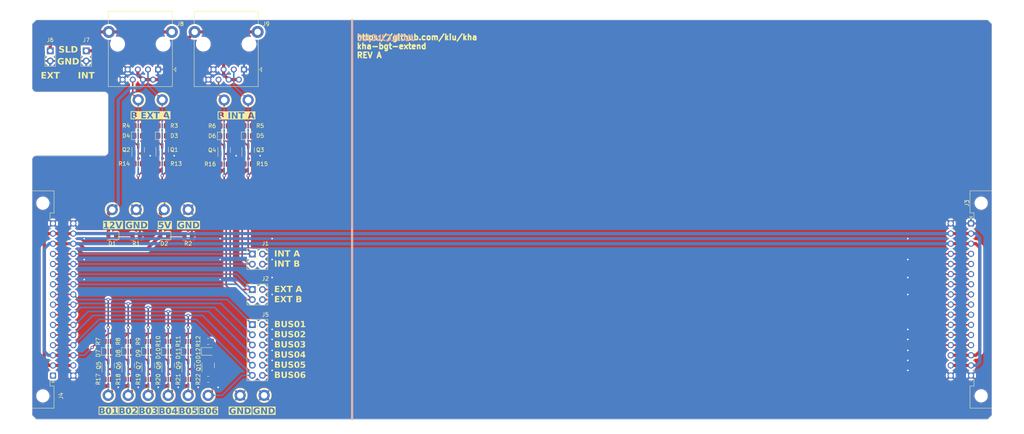
<source format=kicad_pcb>
(kicad_pcb (version 20221018) (generator pcbnew)
  (layers (0 "F.Cu" signal) (31 "B.Cu" signal) (34 "B.Paste" user) (35 "F.Paste" user) (36 "B.SilkS" user "B.Silkscreen") (37 "F.SilkS" user "F.Silkscreen") (38 "B.Mask" user) (39 "F.Mask" user) (44 "Edge.Cuts" user))
  (net 0 "")
  (net 1 "+5V")
  (net 2 "GND")
  (net 3 "+12V")
  (net 4 "C_RS485_A")
  (net 5 "C_RS485_B")
  (net 6 "C_RS485_INT_A")
  (net 7 "C_RS485_INT_B")
  (net 8 "R_RS485_INT_A")
  (net 9 "R_RS485_INT_B")
  (net 10 "R_RS485_A")
  (net 11 "R_RS485_B")
  (net 12 "R_BUS01")
  (net 13 "R_BUS02")
  (net 14 "R_BUS03")
  (net 15 "R_BUS04")
  (net 16 "R_BUS05")
  (net 17 "R_BUS06")
  (net 18 "C_BUS01")
  (net 19 "C_BUS02")
  (net 20 "C_BUS03")
  (net 21 "C_BUS04")
  (net 22 "C_BUS05")
  (net 23 "C_BUS06")
  (net 24 "Net-(D3-K)")
  (net 25 "Net-(D3-A)")
  (net 26 "Net-(D4-K)")
  (net 27 "Net-(D4-A)")
  (net 28 "Net-(D5-K)")
  (net 29 "Net-(D5-A)")
  (net 30 "Net-(D6-K)")
  (net 31 "Net-(D6-A)")
  (net 32 "Net-(D7-K)")
  (net 33 "Net-(D7-A)")
  (net 34 "Net-(D8-K)")
  (net 35 "Net-(D8-A)")
  (net 36 "Net-(D9-K)")
  (net 37 "Net-(D9-A)")
  (net 38 "Net-(D10-K)")
  (net 39 "Net-(D10-A)")
  (net 40 "Net-(D11-K)")
  (net 41 "Net-(D11-A)")
  (net 42 "Net-(D12-K)")
  (net 43 "Net-(D12-A)")
  (net 44 "Net-(Q1-G)")
  (net 45 "Net-(Q2-G)")
  (net 46 "Net-(Q3-G)")
  (net 47 "Net-(Q4-G)")
  (net 48 "Net-(Q5-G)")
  (net 49 "Net-(Q6-G)")
  (net 50 "Net-(Q7-G)")
  (net 51 "Net-(Q8-G)")
  (net 52 "Net-(Q9-G)")
  (net 53 "Net-(Q10-G)")
  (net 55 "Net-(J6-Pin_1)")
  (net 56 "Net-(D1-K)")
  (net 57 "Net-(D2-K)")
  (net 58 "Net-(J7-Pin_1)")
  (footprint "LED_SMD:LED_0805_2012Metric" (layer "F.Cu") (at 64 84 180)
    (fp_text reference "D2")
    (fp_text value "green")
  )
  (footprint "Package_TO_SOT_SMD:SOT-23" (layer "F.Cu") (at 57.5 62.5 90)
    (fp_text reference "Q2")
    (fp_text value "DMG2302U")
  )
  (footprint "TestPoint:TestPoint_Keystone_5010-5014_Multipurpose" (layer "F.Cu") (at 65 124)
    (fp_text reference "TP14" hide)
    (fp_text value "TestPoint")
  )
  (footprint "Connector_PinHeader_2.54mm:PinHeader_2x02_P2.54mm_Vertical" (layer "F.Cu") (at 86.04 88.61)
    (fp_text reference "J1")
    (fp_text value "Conn_02x02_Odd_Even")
  )
  (footprint "LED_SMD:LED_0805_2012Metric" (layer "F.Cu") (at 51 84 180)
    (fp_text reference "D1")
    (fp_text value "green")
  )
  (footprint "TestPoint:TestPoint_Keystone_5010-5014_Multipurpose" (layer "F.Cu") (at 60 124)
    (fp_text reference "TP13" hide)
    (fp_text value "TestPoint")
  )
  (footprint "Connector_PinHeader_2.54mm:PinHeader_2x02_P2.54mm_Vertical" (layer "F.Cu") (at 86.04 97.5)
    (fp_text reference "J2")
    (fp_text value "Conn_02x02_Odd_Even")
  )
  (footprint "TestPoint:TestPoint_Keystone_5010-5014_Multipurpose" (layer "F.Cu") (at 64 77.5)
    (fp_text reference "TP2" hide)
    (fp_text value "TestPoint")
  )
  (footprint "Package_TO_SOT_SMD:SOT-23" (layer "F.Cu") (at 65 116.5 90)
    (fp_text reference "Q8")
    (fp_text value "DMG2302U")
  )
  (footprint "Resistor_SMD:R_0805_2012Metric" (layer "F.Cu") (at 50 120)
    (fp_text reference "R17")
    (fp_text value "10R")
  )
  (footprint "Connector_PinHeader_2.54mm:PinHeader_1x02_P2.54mm_Vertical" (layer "F.Cu") (at 35.5 37.725)
    (fp_text reference "J6")
    (fp_text value "Conn_01x02")
  )
  (footprint "Resistor_SMD:R_0805_2012Metric" (layer "F.Cu") (at 65 120)
    (fp_text reference "R20")
    (fp_text value "10R")
  )
  (footprint "Resistor_SMD:R_0805_2012Metric" (layer "F.Cu") (at 75 120)
    (fp_text reference "R22")
    (fp_text value "10R")
  )
  (footprint "Connector_DIN:DIN41612_C2_2x16_Male_Horizontal_THT" (layer "F.Cu") (at 36.185 119.055 90)
    (fp_text reference "J4")
    (fp_text value "DIN41612_02x16_AC")
  )
  (footprint "TestPoint:TestPoint_Keystone_5010-5014_Multipurpose" (layer "F.Cu") (at 57.5 50)
    (fp_text reference "TP8" hide)
    (fp_text value "TestPoint")
  )
  (footprint "Resistor_SMD:R_0805_2012Metric" (layer "F.Cu") (at 63.5 56.5 180)
    (fp_text reference "R3")
    (fp_text value "R")
  )
  (footprint "Package_TO_SOT_SMD:SOT-23" (layer "F.Cu") (at 63.5 62.5 90)
    (fp_text reference "Q1")
    (fp_text value "DMG2302U")
  )
  (footprint "Resistor_SMD:R_0805_2012Metric" (layer "F.Cu") (at 60 110.5 180)
    (fp_text reference "R9")
    (fp_text value "R")
  )
  (footprint "TestPoint:TestPoint_Keystone_5010-5014_Multipurpose" (layer "F.Cu") (at 63.5 50)
    (fp_text reference "TP7" hide)
    (fp_text value "TestPoint")
  )
  (footprint "Resistor_SMD:R_0805_2012Metric" (layer "F.Cu") (at 57.5 66)
    (fp_text reference "R14")
    (fp_text value "10R")
  )
  (footprint "Resistor_SMD:R_0805_2012Metric" (layer "F.Cu") (at 70 120)
    (fp_text reference "R21")
    (fp_text value "10R")
  )
  (footprint "Resistor_SMD:R_0805_2012Metric" (layer "F.Cu") (at 85 56.5 180)
    (fp_text reference "R5")
    (fp_text value "R")
  )
  (footprint "LED_SMD:LED_0805_2012Metric" (layer "F.Cu") (at 57.5 59)
    (fp_text reference "D4")
    (fp_text value "yellow")
  )
  (footprint "Package_TO_SOT_SMD:SOT-23" (layer "F.Cu") (at 50 116.5 90)
    (fp_text reference "Q5")
    (fp_text value "DMG2302U")
  )
  (footprint "TestPoint:TestPoint_Keystone_5010-5014_Multipurpose" (layer "F.Cu") (at 85 50.048)
    (fp_text reference "TP9" hide)
    (fp_text value "TestPoint")
  )
  (footprint "Resistor_SMD:R_0805_2012Metric" (layer "F.Cu") (at 55 120)
    (fp_text reference "R18")
    (fp_text value "10R")
  )
  (footprint "Resistor_SMD:R_0805_2012Metric" (layer "F.Cu") (at 57 84 180)
    (fp_text reference "R1")
    (fp_text value "R")
  )
  (footprint "LED_SMD:LED_0805_2012Metric" (layer "F.Cu") (at 70 113)
    (fp_text reference "D11")
    (fp_text value "yellow")
  )
  (footprint "TestPoint:TestPoint_Keystone_5010-5014_Multipurpose" (layer "F.Cu") (at 89 124)
    (fp_text reference "TP5" hide)
    (fp_text value "TestPoint")
  )
  (footprint "Package_TO_SOT_SMD:SOT-23" (layer "F.Cu") (at 55 116.5 90)
    (fp_text reference "Q6")
    (fp_text value "DMG2302U")
  )
  (footprint "TestPoint:TestPoint_Keystone_5010-5014_Multipurpose" (layer "F.Cu") (at 70 124)
    (fp_text reference "TP15" hide)
    (fp_text value "TestPoint")
  )
  (footprint "TestPoint:TestPoint_Keystone_5010-5014_Multipurpose" (layer "F.Cu") (at 55 124)
    (fp_text reference "TP12" hide)
    (fp_text value "TestPoint")
  )
  (footprint "Resistor_SMD:R_0805_2012Metric" (layer "F.Cu") (at 70 110.5 180)
    (fp_text reference "R11")
    (fp_text value "R")
  )
  (footprint "Package_TO_SOT_SMD:SOT-23" (layer "F.Cu") (at 79 62.596 90)
    (fp_text reference "Q4")
    (fp_text value "DMG2302U")
  )
  (footprint "kiu:GDLX-S-88K" (layer "F.Cu") (at 79.5 33 180)
    (fp_text reference "J9")
    (fp_text value "RJ45_Shielded")
  )
  (footprint "LED_SMD:LED_0805_2012Metric" (layer "F.Cu") (at 79 59.048)
    (fp_text reference "D6")
    (fp_text value "yellow")
  )
  (footprint "Package_TO_SOT_SMD:SOT-23" (layer "F.Cu") (at 75 116.5 90)
    (fp_text reference "Q10")
    (fp_text value "DMG2302U")
  )
  (footprint "LED_SMD:LED_0805_2012Metric" (layer "F.Cu") (at 50 113)
    (fp_text reference "D7")
    (fp_text value "yellow")
  )
  (footprint "Connector_DIN:DIN41612_C2_2x16_Male_Horizontal_THT" (layer "F.Cu") (at 265.815 80.945 -90)
    (fp_text reference "J3")
    (fp_text value "DIN41612_02x16_AC")
  )
  (footprint "Package_TO_SOT_SMD:SOT-23" (layer "F.Cu") (at 70 116.5 90)
    (fp_text reference "Q9")
    (fp_text value "DMG2302U")
  )
  (footprint "Resistor_SMD:R_0805_2012Metric" (layer "F.Cu") (at 85 66.048)
    (fp_text reference "R15")
    (fp_text value "10R")
  )
  (footprint "Resistor_SMD:R_0805_2012Metric" (layer "F.Cu") (at 70 84 180)
    (fp_text reference "R2")
    (fp_text value "R")
  )
  (footprint "Resistor_SMD:R_0805_2012Metric" (layer "F.Cu") (at 79 56.548 180)
    (fp_text reference "R6")
    (fp_text value "R")
  )
  (footprint "Resistor_SMD:R_0805_2012Metric" (layer "F.Cu") (at 57.5 56.5 180)
    (fp_text reference "R4")
    (fp_text value "R")
  )
  (footprint "LED_SMD:LED_0805_2012Metric" (layer "F.Cu") (at 55 113)
    (fp_text reference "D8")
    (fp_text value "yellow")
  )
  (footprint "LED_SMD:LED_0805_2012Metric" (layer "F.Cu") (at 63.5 59)
    (fp_text reference "D3")
    (fp_text value "yellow")
  )
  (footprint "Resistor_SMD:R_0805_2012Metric" (layer "F.Cu") (at 79 66.096)
    (fp_text reference "R16")
    (fp_text value "10R")
  )
  (footprint "TestPoint:TestPoint_Keystone_5010-5014_Multipurpose" (layer "F.Cu") (at 57 77.5)
    (fp_text reference "TP3" hide)
    (fp_text value "TestPoint")
  )
  (footprint "LED_SMD:LED_0805_2012Metric" (layer "F.Cu") (at 75 113)
    (fp_text reference "D12")
    (fp_text value "yellow")
  )
  (footprint "Package_TO_SOT_SMD:SOT-23" (layer "F.Cu") (at 85 62.548 90)
    (fp_text reference "Q3")
    (fp_text value "DMG2302U")
  )
  (footprint "Resistor_SMD:R_0805_2012Metric" (layer "F.Cu") (at 60 120)
    (fp_text reference "R19")
    (fp_text value "10R")
  )
  (footprint "TestPoint:TestPoint_Keystone_5010-5014_Multipurpose" (layer "F.Cu") (at 79 50.048)
    (fp_text reference "TP10" hide)
    (fp_text value "TestPoint")
  )
  (footprint "Connector_PinHeader_2.54mm:PinHeader_1x02_P2.54mm_Vertical" (layer "F.Cu") (at 44.5 37.725)
    (fp_text reference "J7")
    (fp_text value "Conn_01x02")
  )
  (footprint "Resistor_SMD:R_0805_2012Metric" (layer "F.Cu") (at 50 110.5 180)
    (fp_text reference "R7")
    (fp_text value "R")
  )
  (footprint "Resistor_SMD:R_0805_2012Metric" (layer "F.Cu") (at 75 110.5 180)
    (fp_text reference "R12")
    (fp_text value "R")
  )
  (footprint "TestPoint:TestPoint_Keystone_5010-5014_Multipurpose" (layer "F.Cu") (at 50 124)
    (fp_text reference "TP11" hide)
    (fp_text value "TestPoint")
  )
  (footprint "Resistor_SMD:R_0805_2012Metric" (layer "F.Cu") (at 65 110.5 180)
    (fp_text reference "R10")
    (fp_text value "R")
  )
  (footprint "TestPoint:TestPoint_Keystone_5010-5014_Multipurpose" (layer "F.Cu") (at 75 124)
    (fp_text reference "TP16" hide)
    (fp_text value "TestPoint")
  )
  (footprint "LED_SMD:LED_0805_2012Metric" (layer "F.Cu") (at 60 113)
    (fp_text reference "D9")
    (fp_text value "yellow")
  )
  (footprint "Package_TO_SOT_SMD:SOT-23" (layer "F.Cu") (at 60 116.5 90)
    (fp_text reference "Q7")
    (fp_text value "DMG2302U")
  )
  (footprint "LED_SMD:LED_0805_2012Metric" (layer "F.Cu") (at 65 113)
    (fp_text reference "D10")
    (fp_text value "yellow")
  )
  (footprint "Connector_PinHeader_2.54mm:PinHeader_2x06_P2.54mm_Vertical" (layer "F.Cu") (at 86.04 106.3)
    (fp_text reference "J5")
    (fp_text value "Conn_02x06_Odd_Even")
  )
  (footprint "TestPoint:TestPoint_Keystone_5010-5014_Multipurpose" (layer "F.Cu") (at 83 124)
    (fp_text reference "TP6" hide)
    (fp_text value "TestPoint")
  )
  (footprint "kiu:GDLX-S-88K" (layer "F.Cu") (at 58.04 33 180)
    (fp_text reference "J8")
    (fp_text value "RJ45_Shielded")
  )
  (footprint "LED_SMD:LED_0805_2012Metric" (layer "F.Cu") (at 85 59)
    (fp_text reference "D5")
    (fp_text value "yellow")
  )
  (footprint "Resistor_SMD:R_0805_2012Metric" (layer "F.Cu") (at 63.5 66)
    (fp_text reference "R13")
    (fp_text value "10R")
  )
  (footprint "Resistor_SMD:R_0805_2012Metric" (layer "F.Cu") (at 55 110.5 180)
    (fp_text reference "R8")
    (fp_text value "R")
  )
  (footprint "TestPoint:TestPoint_Keystone_5010-5014_Multipurpose" (layer "F.Cu") (at 70 77.5)
    (fp_text reference "TP4" hide)
    (fp_text value "TestPoint")
  )
  (footprint "TestPoint:TestPoint_Keystone_5010-5014_Multipurpose" (layer "F.Cu") (at 51 77.5)
    (fp_text reference "TP1" hide)
    (fp_text value "TestPoint")
  )
  (gr_line (start 111 130) (end 111 30) (stroke (width 0.5)) (layer "B.SilkS"))
  (gr_line (start 111 30) (end 111 130) (stroke (width 0.5)) (layer "F.SilkS"))
  (gr_arc (start 49 48) (mid 49.707107 48.292893) (end 50 49) (stroke (width 0.1)) (layer "Edge.Cuts"))
  (gr_line (start 31 65) (end 31 129) (stroke (width 0.1)) (layer "Edge.Cuts"))
  (gr_arc (start 31 65) (mid 31.292893 64.292893) (end 32 64) (stroke (width 0.1)) (layer "Edge.Cuts"))
  (gr_arc (start 50 63) (mid 49.707107 63.707107) (end 49 64) (stroke (width 0.1)) (layer "Edge.Cuts"))
  (gr_line (start 271 31) (end 271 129) (stroke (width 0.1)) (layer "Edge.Cuts"))
  (gr_line (start 31 31) (end 32 30) (stroke (width 0.1)) (layer "Edge.Cuts"))
  (gr_line (start 32 130) (end 270 130) (stroke (width 0.1)) (layer "Edge.Cuts"))
  (gr_line (start 270 30) (end 271 31) (stroke (width 0.1)) (layer "Edge.Cuts"))
  (gr_line (start 31 129) (end 32 130) (stroke (width 0.1)) (layer "Edge.Cuts"))
  (gr_line (start 49 64) (end 32 64) (stroke (width 0.1)) (layer "Edge.Cuts"))
  (gr_arc (start 32 48) (mid 31.292893 47.707107) (end 31 47) (stroke (width 0.1)) (layer "Edge.Cuts"))
  (gr_line (start 32 48) (end 49 48) (stroke (width 0.1)) (layer "Edge.Cuts"))
  (gr_line (start 270 130) (end 271 129) (stroke (width 0.1)) (layer "Edge.Cuts"))
  (gr_line (start 50 49) (end 50 63) (stroke (width 0.1)) (layer "Edge.Cuts"))
  (gr_line (start 32 30) (end 270 30) (stroke (width 0.1)) (layer "Edge.Cuts"))
  (gr_line (start 31 47) (end 31 31) (stroke (width 0.1)) (layer "Edge.Cuts"))
  (gr_text "JLCJLCJLCJLC" (at 112 34.5) (layer "B.SilkS") (effects (font (size 1.4 1.4) (thickness 0.35) bold) (justify right mirror)))
  (gr_text "BUS02" (at 91.5 108.84) (layer "F.SilkS") (effects (font (size 1.54 1.54) (thickness 0.385) bold) (justify left)))
  (gr_text "12V" (at 51.0875 81.5) (layer "F.SilkS" knockout) (effects (font (size 1.6 1.6) (thickness 0.4) bold)))
  (gr_text "EXT" (at 35.5 44) (layer "F.SilkS") (effects (font (size 1.6 1.6) (thickness 0.2) bold)))
  (gr_text "BUS06" (at 91.5 119) (layer "F.SilkS") (effects (font (size 1.54 1.54) (thickness 0.385) bold) (justify left)))
  (gr_text "5V" (at 64.0875 81.5) (layer "F.SilkS" knockout) (effects (font (size 1.6 1.6) (thickness 0.4) bold)))
  (gr_text "INT" (at 44.5 44) (layer "F.SilkS") (effects (font (size 1.6 1.6) (thickness 0.2) bold)))
  (gr_text "SLD" (at 40 37.5) (layer "F.SilkS") (effects (font (size 1.6 1.6) (thickness 0.4) bold)))
  (gr_text "BUS03" (at 91.5 111.38) (layer "F.SilkS") (effects (font (size 1.54 1.54) (thickness 0.385) bold) (justify left)))
  (gr_text "BUS01" (at 91.5 106.3) (layer "F.SilkS") (effects (font (size 1.54 1.54) (thickness 0.385) bold) (justify left)))
  (gr_text "B01" (at 50 128) (layer "F.SilkS" knockout) (effects (font (size 1.6 1.6) (thickness 0.4) bold)))
  (gr_text "INT A" (at 91.5 88.615) (layer "F.SilkS") (effects (font (size 1.54 1.54) (thickness 0.385) bold) (justify left)))
  (gr_text "GND" (at 70.0875 81.5) (layer "F.SilkS" knockout) (effects (font (size 1.6 1.6) (thickness 0.4) bold)))
  (gr_text "B INT A" (at 82 54.048) (layer "F.SilkS" knockout) (effects (font (size 1.6 1.6) (thickness 0.4) bold)))
  (gr_text "GND" (at 40 40.5) (layer "F.SilkS") (effects (font (size 1.6 1.6) (thickness 0.4) bold)))
  (gr_text "B04" (at 65 128) (layer "F.SilkS" knockout) (effects (font (size 1.6 1.6) (thickness 0.4) bold)))
  (gr_text "B02" (at 55 128) (layer "F.SilkS" knockout) (effects (font (size 1.6 1.6) (thickness 0.4) bold)))
  (gr_text "B06" (at 75 128) (layer "F.SilkS" knockout) (effects (font (size 1.6 1.6) (thickness 0.4) bold)))
  (gr_text "GND" (at 83 128) (layer "F.SilkS" knockout) (effects (font (size 1.6 1.6) (thickness 0.4) bold)))
  (gr_text "BUS04" (at 91.5 113.92) (layer "F.SilkS") (effects (font (size 1.54 1.54) (thickness 0.385) bold) (justify left)))
  (gr_text "B EXT A" (at 60.5 54) (layer "F.SilkS" knockout) (effects (font (size 1.6 1.6) (thickness 0.4) bold)))
  (gr_text "INT B" (at 91.5 91.155) (layer "F.SilkS") (effects (font (size 1.54 1.54) (thickness 0.385) bold) (justify left)))
  (gr_text "BUS05" (at 91.5 116.46) (layer "F.SilkS") (effects (font (size 1.54 1.54) (thickness 0.385) bold) (justify left)))
  (gr_text "https://github.com/kiu/kha\nkha-bgt-extend\nREV A" (at 112 33.5) (layer "F.SilkS") (effects (font (size 1.4 1.4) (thickness 0.35) bold) (justify left top)))
  (gr_text "GND" (at 89 128) (layer "F.SilkS" knockout) (effects (font (size 1.6 1.6) (thickness 0.4) bold)))
  (gr_text "GND" (at 57.0875 81.5) (layer "F.SilkS" knockout) (effects (font (size 1.6 1.6) (thickness 0.4) bold)))
  (gr_text "B03" (at 60 128) (layer "F.SilkS" knockout) (effects (font (size 1.6 1.6) (thickness 0.4) bold)))
  (gr_text "EXT B" (at 91.5 100.045) (layer "F.SilkS") (effects (font (size 1.54 1.54) (thickness 0.385) bold) (justify left)))
  (gr_text "EXT A" (at 91.5 97.505) (layer "F.SilkS") (effects (font (size 1.54 1.54) (thickness 0.385) bold) (justify left)))
  (gr_text "B05" (at 70 128) (layer "F.SilkS" knockout) (effects (font (size 1.6 1.6) (thickness 0.4) bold)))
  (segment (start 36.185 113.975) (end 41.265 113.975) (width 0.8) (layer "F.Cu") (net 1))
  (segment (start 69.0875 110.5) (end 69.0875 109.4125) (width 0.4) (layer "F.Cu") (net 1))
  (segment (start 82.79375 55.20625) (end 84.0875 56.5) (width 0.4) (layer "F.Cu") (net 1))
  (segment (start 265.815 86.025) (end 267.025 86.025) (width 0.8) (layer "F.Cu") (net 1))
  (segment (start 60 108.5) (end 65 108.5) (width 0.4) (layer "F.Cu") (net 1))
  (segment (start 62.5875 56.5) (end 62.5875 55.4125) (width 0.4) (layer "F.Cu") (net 1))
  (segment (start 57 55) (end 56 55) (width 0.4) (layer "F.Cu") (net 1))
  (segment (start 36.185 86.035) (end 41.265 86.035) (width 0.8) (layer "F.Cu") (net 1))
  (segment (start 63.0625 78.4375) (end 64 77.5) (width 0.8) (layer "F.Cu") (net 1))
  (segment (start 54.0875 109.4125) (end 55 108.5) (width 0.4) (layer "F.Cu") (net 1))
  (segment (start 260.735 113.965) (end 265.815 113.965) (width 0.8) (layer "F.Cu") (net 1))
  (segment (start 63.5 75) (end 64.0875 75.5875) (width 0.4) (layer "F.Cu") (net 1))
  (segment (start 267.025 86.025) (end 268 87) (width 0.8) (layer "F.Cu") (net 1))
  (segment (start 49.0875 109.4125) (end 50 108.5) (width 0.4) (layer "F.Cu") (net 1))
  (segment (start 267.035 113.965) (end 268 113) (width 0.8) (layer "F.Cu") (net 1))
  (segment (start 59.8125 87.25) (end 63.0625 84) (width 0.8) (layer "F.Cu") (net 1))
  (segment (start 55 71.5) (end 58.5 75) (width 0.4) (layer "F.Cu") (net 1))
  (segment (start 65 108.5) (end 67.5 108.5) (width 0.4) (layer "F.Cu") (net 1))
  (segment (start 78.5 55) (end 82.5875 55) (width 0.4) (layer "F.Cu") (net 1))
  (segment (start 42.785 86.035) (end 44 87.25) (width 0.8) (layer "F.Cu") (net 1))
  (segment (start 50 108.5) (end 55 108.5) (width 0.4) (layer "F.Cu") (net 1))
  (segment (start 54.0875 110.5) (end 54.0875 109.4125) (width 0.4) (layer "F.Cu") (net 1))
  (segment (start 64.0875 109.4125) (end 65 108.5) (width 0.4) (layer "F.Cu") (net 1))
  (segment (start 59.0875 109.4125) (end 60 108.5) (width 0.4) (layer "F.Cu") (net 1))
  (segment (start 64.0875 75.5875) (end 64.0875 77.5) (width 0.4) (layer "F.Cu") (net 1))
  (segment (start 57 55) (end 63 55) (width 0.4) (layer "F.Cu") (net 1))
  (segment (start 78.0875 55.4125) (end 78.5 55) (width 0.4) (layer "F.Cu") (net 1))
  (segment (start 63.0625 84) (end 63.0625 78.4375) (width 0.8) (layer "F.Cu") (net 1))
  (segment (start 55 56) (end 55 71.5) (width 0.4) (layer "F.Cu") (net 1))
  (segment (start 41.265 86.035) (end 42.785 86.035) (width 0.8) (layer "F.Cu") (net 1))
  (segment (start 78.0875 56.548) (end 78.0875 55.4125) (width 0.4) (layer "F.Cu") (net 1))
  (segment (start 56 55) (end 55 56) (width 0.4) (layer "F.Cu") (net 1))
  (segment (start 69.0875 109.4125) (end 70 108.5) (width 0.4) (layer "F.Cu") (net 1))
  (segment (start 63 55) (end 78.5 55) (width 0.4) (layer "F.Cu") (net 1))
  (segment (start 49.0875 110.5) (end 49.0875 109.4125) (width 0.4) (layer "F.Cu") (net 1))
  (segment (start 59.0875 110.5) (end 59.0875 109.4125) (width 0.4) (layer "F.Cu") (net 1))
  (segment (start 56.5875 55.4125) (end 57 55) (width 0.4) (layer "F.Cu") (net 1))
  (segment (start 67.5 108.5) (end 70 108.5) (width 0.4) (layer "F.Cu") (net 1))
  (segment (start 82.5875 55) (end 82.79375 55.20625) (width 0.4) (layer "F.Cu") (net 1))
  (segment (start 64.0875 110.5) (end 64.0875 109.4125) (width 0.4) (layer "F.Cu") (net 1))
  (segment (start 74.0875 109.0875) (end 74.0875 110.5) (width 0.4) (layer "F.Cu") (net 1))
  (segment (start 70 108.5) (end 73.5 108.5) (width 0.4) (layer "F.Cu") (net 1))
  (segment (start 62.5875 55.4125) (end 63 55) (width 0.4) (layer "F.Cu") (net 1))
  (segment (start 265.815 113.965) (end 267.035 113.965) (width 0.8) (layer "F.Cu") (net 1))
  (segment (start 73.5 108.5) (end 74.0875 109.0875) (width 0.4) (layer "F.Cu") (net 1))
  (segment (start 49.0875 110.5) (end 47.5 110.5) (width 0.4) (layer "F.Cu") (net 1))
  (segment (start 268 113) (end 268 87) (width 0.8) (layer "F.Cu") (net 1))
  (segment (start 260.735 86.025) (end 265.815 86.025) (width 0.8) (layer "F.Cu") (net 1))
  (segment (start 47.5 110.5) (end 46 112) (width 0.4) (layer "F.Cu") (net 1))
  (segment (start 55 108.5) (end 60 108.5) (width 0.4) (layer "F.Cu") (net 1))
  (segment (start 44 87.25) (end 59.8125 87.25) (width 0.8) (layer "F.Cu") (net 1))
  (segment (start 58.5 75) (end 63.5 75) (width 0.4) (layer "F.Cu") (net 1))
  (segment (start 56.5875 56.5) (end 56.5875 55.4125) (width 0.4) (layer "F.Cu") (net 1))
  (via (at 46 112) (size 0.8) (drill 0.4) (layers "F.Cu" "B.Cu") (net 1))
  (segment (start 260.735 86.025) (end 40.275 86.025) (width 0.8) (layer "B.Cu") (net 1))
  (segment (start 44.025 113.975) (end 41.265 113.975) (width 0.4) (layer "B.Cu") (net 1))
  (segment (start 40.275 86.025) (end 40.265 86.035) (width 0.8) (layer "B.Cu") (net 1))
  (segment (start 34 87.285) (end 35.25 86.035) (width 0.8) (layer "B.Cu") (net 1))
  (segment (start 34 87.285) (end 34 112.975) (width 0.8) (layer "B.Cu") (net 1))
  (segment (start 34 112.975) (end 35 113.975) (width 0.8) (layer "B.Cu") (net 1))
  (segment (start 46 112) (end 44.025 113.975) (width 0.4) (layer "B.Cu") (net 1))
  (segment (start 35 113.975) (end 36.185 113.975) (width 0.8) (layer "B.Cu") (net 1))
  (segment (start 35.25 86.035) (end 36.185 86.035) (width 0.8) (layer "B.Cu") (net 1))
  (via (at 52.5 122) (size 0.8) (drill 0.4) (layers "F.Cu" "B.Cu") (net 2))
  (via (at 91 110) (size 0.8) (drill 0.4) (layers "F.Cu" "B.Cu") (net 2))
  (via (at 91 98.75) (size 0.8) (drill 0.4) (layers "F.Cu" "B.Cu") (net 2))
  (via (at 91 94.5) (size 0.8) (drill 0.4) (layers "F.Cu" "B.Cu") (net 2))
  (via (at 250 94.5) (size 0.8) (drill 0.4) (layers "F.Cu" "B.Cu") (net 2))
  (via (at 60.5 64) (size 0.8) (drill 0.4) (layers "F.Cu" "B.Cu") (net 2))
  (via (at 44 95) (size 0.8) (drill 0.4) (layers "F.Cu" "B.Cu") (net 2))
  (via (at 78 90) (size 0.8) (drill 0.4) (layers "F.Cu" "B.Cu") (net 2))
  (via (at 78 95) (size 0.8) (drill 0.4) (layers "F.Cu" "B.Cu") (net 2))
  (via (at 72.5 122) (size 0.8) (drill 0.4) (layers "F.Cu" "B.Cu") (net 2))
  (via (at 44 90) (size 0.8) (drill 0.4) (layers "F.Cu" "B.Cu") (net 2))
  (via (at 78 84.75) (size 0.8) (drill 0.4) (layers "F.Cu" "B.Cu") (net 2))
  (via (at 91 112.75) (size 0.8) (drill 0.4) (layers "F.Cu" "B.Cu") (net 2))
  (via (at 88 64) (size 0.8) (drill 0.4) (layers "F.Cu" "B.Cu") (net 2))
  (via (at 77.5 122) (size 0.8) (drill 0.4) (layers "F.Cu" "B.Cu") (net 2))
  (via (at 91 107.5) (size 0.8) (drill 0.4) (layers "F.Cu" "B.Cu") (net 2))
  (via (at 91 117.75) (size 0.8) (drill 0.4) (layers "F.Cu" "B.Cu") (net 2))
  (via (at 44 84.75) (size 0.8) (drill 0.4) (layers "F.Cu" "B.Cu") (net 2))
  (via (at 250 112.75) (size 0.8) (drill 0.4) (layers "F.Cu" "B.Cu") (net 2))
  (via (at 57.5 122) (size 0.8) (drill 0.4) (layers "F.Cu" "B.Cu") (net 2))
  (via (at 67.5 122) (size 0.8) (drill 0.4) (layers "F.Cu" "B.Cu") (net 2))
  (via (at 250 90) (size 0.8) (drill 0.4) (layers "F.Cu" "B.Cu") (net 2))
  (via (at 250 110) (size 0.8) (drill 0.4) (layers "F.Cu" "B.Cu") (net 2))
  (via (at 250 115.25) (size 0.8) (drill 0.4) (layers "F.Cu" "B.Cu") (net 2))
  (via (at 82 64) (size 0.8) (drill 0.4) (layers "F.Cu" "B.Cu") (net 2))
  (via (at 250 84.75) (size 0.8) (drill 0.4) (layers "F.Cu" "B.Cu") (net 2))
  (via (at 91 90) (size 0.8) (drill 0.4) (layers "F.Cu" "B.Cu") (net 2))
  (via (at 91 84.75) (size 0.8) (drill 0.4) (layers "F.Cu" "B.Cu") (net 2))
  (via (at 250 98.75) (size 0.8) (drill 0.4) (layers "F.Cu" "B.Cu") (net 2))
  (via (at 66.5 64) (size 0.8) (drill 0.4) (layers "F.Cu" "B.Cu") (net 2))
  (via (at 91 115.25) (size 0.8) (drill 0.4) (layers "F.Cu" "B.Cu") (net 2))
  (via (at 250 107.5) (size 0.8) (drill 0.4) (layers "F.Cu" "B.Cu") (net 2))
  (via (at 250 117.75) (size 0.8) (drill 0.4) (layers "F.Cu" "B.Cu") (net 2))
  (via (at 62.5 122) (size 0.8) (drill 0.4) (layers "F.Cu" "B.Cu") (net 2))
  (segment (start 50.0625 84) (end 49.5575 83.495) (width 0.8) (layer "F.Cu") (net 3))
  (segment (start 82.675 44.938) (end 80.135 44.938) (width 0.8) (layer "F.Cu") (net 3))
  (segment (start 34 115.25) (end 34 84.495) (width 0.8) (layer "F.Cu") (net 3))
  (segment (start 260.735 116.505) (end 265.815 116.505) (width 0.8) (layer "F.Cu") (net 3))
  (segment (start 61.215 44.938) (end 67.562 44.938) (width 0.8) (layer "F.Cu") (net 3))
  (segment (start 58.675 44.938) (end 61.215 44.938) (width 0.8) (layer "F.Cu") (net 3))
  (segment (start 78.865 40.865) (end 78.865 42.398) (width 0.8) (layer "F.Cu") (net 3))
  (segment (start 36.185 116.515) (end 41.265 116.515) (width 0.8) (layer "F.Cu") (net 3))
  (segment (start 50.0625 84) (end 50.0625 78.4375) (width 0.8) (layer "F.Cu") (net 3))
  (segment (start 34 84.495) (end 35 83.495) (width 0.8) (layer "F.Cu") (net 3))
  (segment (start 34 115.25) (end 35.265 116.515) (width 0.8) (layer "F.Cu") (net 3))
  (segment (start 35.265 116.515) (end 36.185 116.515) (width 0.8) (layer "F.Cu") (net 3))
  (segment (start 50.0625 78.4375) (end 51 77.5) (width 0.8) (layer "F.Cu") (net 3))
  (segment (start 35 83.495) (end 36.185 83.495) (width 0.8) (layer "F.Cu") (net 3))
  (segment (start 57.405 42.398) (end 57.405 43.668) (width 0.8) (layer "F.Cu") (net 3))
  (segment (start 78 40) (end 78.865 40.865) (width 0.8) (layer "F.Cu") (net 3))
  (segment (start 78.865 43.668) (end 80.135 44.938) (width 0.8) (layer "F.Cu") (net 3))
  (segment (start 67.562 44.938) (end 72.5 40) (width 0.8) (layer "F.Cu") (net 3))
  (segment (start 72.5 40) (end 78 40) (width 0.8) (layer "F.Cu") (net 3))
  (segment (start 41.265 83.495) (end 36.185 83.495) (width 0.8) (layer "F.Cu") (net 3))
  (segment (start 57.405 43.668) (end 58.675 44.938) (width 0.8) (layer "F.Cu") (net 3))
  (segment (start 49.5575 83.495) (end 41.265 83.495) (width 0.8) (layer "F.Cu") (net 3))
  (segment (start 260.735 83.485) (end 265.815 83.485) (width 0.8) (layer "F.Cu") (net 3))
  (segment (start 78.865 42.398) (end 78.865 43.668) (width 0.8) (layer "F.Cu") (net 3))
  (segment (start 265.815 116.505) (end 267.245 116.505) (width 0.8) (layer "B.Cu") (net 3))
  (segment (start 265.815 83.485) (end 266.985 83.485) (width 0.8) (layer "B.Cu") (net 3))
  (segment (start 266.985 83.485) (end 268 84.5) (width 0.8) (layer "B.Cu") (net 3))
  (segment (start 267.245 116.505) (end 268 115.75) (width 0.8) (layer "B.Cu") (net 3))
  (segment (start 55.5 47) (end 58 47) (width 0.8) (layer "B.Cu") (net 3))
  (segment (start 52.5 50) (end 55.5 47) (width 0.8) (layer "B.Cu") (net 3))
  (segment (start 52.5 76) (end 52.5 50) (width 0.8) (layer "B.Cu") (net 3))
  (segment (start 51 77.5) (end 52.5 76) (width 0.8) (layer "B.Cu") (net 3))
  (segment (start 41.265 83.495) (end 260.725 83.495) (width 0.8) (layer "B.Cu") (net 3))
  (segment (start 260.725 83.495) (end 260.735 83.485) (width 0.8) (layer "B.Cu") (net 3))
  (segment (start 268 84.5) (end 268 115.75) (width 0.8) (layer "B.Cu") (net 3))
  (segment (start 58.675 46.325) (end 58.675 44.938) (width 0.8) (layer "B.Cu") (net 3))
  (segment (start 58 47) (end 58.675 46.325) (width 0.8) (layer "B.Cu") (net 3))
  (segment (start 80.5 78) (end 80.5 94.5) (width 0.4) (layer "F.Cu") (net 4))
  (segment (start 36.185 93.655) (end 41.265 93.655) (width 0.4) (layer "F.Cu") (net 4))
  (segment (start 63.5 69) (end 63.5 71) (width 0.4) (layer "F.Cu") (net 4))
  (segment (start 83.5 97.5) (end 86.04 97.5) (width 0.4) (layer "F.Cu") (net 4))
  (segment (start 80.5 94.5) (end 83.5 97.5) (width 0.4) (layer "F.Cu") (net 4))
  (segment (start 64.4125 66) (end 64.4125 68.0875) (width 0.4) (layer "F.Cu") (net 4))
  (segment (start 75 72.5) (end 80.5 78) (width 0.4) (layer "F.Cu") (net 4))
  (segment (start 63.5 71) (end 65 72.5) (width 0.4) (layer "F.Cu") (net 4))
  (segment (start 64.4125 68.0875) (end 63.5 69) (width 0.4) (layer "F.Cu") (net 4))
  (segment (start 65 72.5) (end 75 72.5) (width 0.4) (layer "F.Cu") (net 4))
  (via (at 63.5 69) (size 0.8) (drill 0.4) (layers "F.Cu" "B.Cu") (net 4))
  (segment (start 86.04 97.5) (end 85.85 97.5) (width 0.4) (layer "B.Cu") (net 4))
  (segment (start 85.85 97.5) (end 82 93.65) (width 0.4) (layer "B.Cu") (net 4))
  (segment (start 41.265 93.655) (end 81.995 93.655) (width 0.4) (layer "B.Cu") (net 4))
  (segment (start 63.5 50) (end 63.5 69) (width 0.4) (layer "B.Cu") (net 4))
  (segment (start 59.945 42.398) (end 59.945 46.445) (width 0.4) (layer "B.Cu") (net 4))
  (segment (start 59.945 46.445) (end 63.5 50) (width 0.4) (layer "B.Cu") (net 4))
  (segment (start 81.995 93.655) (end 82 93.65) (width 0.4) (layer "B.Cu") (net 4))
  (segment (start 58.4125 68.0875) (end 57.5 69) (width 0.4) (layer "F.Cu") (net 5))
  (segment (start 83.04 100.04) (end 86.04 100.04) (width 0.4) (layer "F.Cu") (net 5))
  (segment (start 59 73.5) (end 74.5 73.5) (width 0.4) (layer "F.Cu") (net 5))
  (segment (start 57.5 69) (end 57.5 72) (width 0.4) (layer "F.Cu") (net 5))
  (segment (start 41.265 96.195) (end 36.185 96.195) (width 0.4) (layer "F.Cu") (net 5))
  (segment (start 74.5 73.5) (end 79.5 78.5) (width 0.4) (layer "F.Cu") (net 5))
  (segment (start 79.5 78.5) (end 79.5 96.5) (width 0.4) (layer "F.Cu") (net 5))
  (segment (start 58.4125 66) (end 58.4125 68.0875) (width 0.4) (layer "F.Cu") (net 5))
  (segment (start 56.135 44.938) (end 56.135 48.635) (width 0.4) (layer "F.Cu") (net 5))
  (segment (start 56.135 48.635) (end 57.5 50) (width 0.4) (layer "F.Cu") (net 5))
  (segment (start 79.5 96.5) (end 83.04 100.04) (width 0.4) (layer "F.Cu") (net 5))
  (segment (start 57.5 72) (end 59 73.5) (width 0.4) (layer "F.Cu") (net 5))
  (via (at 57.5 69) (size 0.8) (drill 0.4) (layers "F.Cu" "B.Cu") (net 5))
  (segment (start 82.185 96.195) (end 82.19 96.19) (width 0.4) (layer "B.Cu") (net 5))
  (segment (start 82.19 96.19) (end 86.04 100.04) (width 0.4) (layer "B.Cu") (net 5))
  (segment (start 57.5 50) (end 57.5 69) (width 0.4) (layer "B.Cu") (net 5))
  (segment (start 41.265 96.195) (end 82.185 96.195) (width 0.4) (layer "B.Cu") (net 5))
  (segment (start 85 69) (end 85 87.57) (width 0.4) (layer "F.Cu") (net 6))
  (segment (start 85.9125 68.0875) (end 85 69) (width 0.4) (layer "F.Cu") (net 6))
  (segment (start 85.9125 66.048) (end 85.9125 68.0875) (width 0.4) (layer "F.Cu") (net 6))
  (segment (start 36.185 88.575) (end 41.265 88.575) (width 0.4) (layer "F.Cu") (net 6))
  (segment (start 85 87.57) (end 86.04 88.61) (width 0.4) (layer "F.Cu") (net 6))
  (via (at 85 69) (size 0.8) (drill 0.4) (layers "F.Cu" "B.Cu") (net 6))
  (segment (start 41.265 88.575) (end 86.005 88.575) (width 0.4) (layer "B.Cu") (net 6))
  (segment (start 81.405 42.398) (end 81.405 46.453) (width 0.4) (layer "B.Cu") (net 6))
  (segment (start 40.88 88.61) (end 40.84 88.57) (width 0.4) (layer "B.Cu") (net 6))
  (segment (start 86.005 88.575) (end 86.04 88.61) (width 0.4) (layer "B.Cu") (net 6))
  (segment (start 81.405 46.453) (end 85 50.048) (width 0.4) (layer "B.Cu") (net 6))
  (segment (start 85 50.048) (end 85 69) (width 0.4) (layer "B.Cu") (net 6))
  (segment (start 41.265 91.115) (end 36.185 91.115) (width 0.4) (layer "F.Cu") (net 7))
  (segment (start 77.595 44.938) (end 77.595 48.643) (width 0.4) (layer "F.Cu") (net 7))
  (segment (start 85.89 91) (end 86.04 91.15) (width 0.4) (layer "F.Cu") (net 7))
  (segment (start 83.5 77) (end 83.5 89.5) (width 0.4) (layer "F.Cu") (net 7))
  (segment (start 79.9125 68.0875) (end 79 69) (width 0.4) (layer "F.Cu") (net 7))
  (segment (start 77.595 48.643) (end 79 50.048) (width 0.4) (layer "F.Cu") (net 7))
  (segment (start 83.5 89.5) (end 85 91) (width 0.4) (layer "F.Cu") (net 7))
  (segment (start 79.9125 66.096) (end 79.9125 68.0875) (width 0.4) (layer "F.Cu") (net 7))
  (segment (start 79 69) (end 79 72.5) (width 0.4) (layer "F.Cu") (net 7))
  (segment (start 79 72.5) (end 83.5 77) (width 0.4) (layer "F.Cu") (net 7))
  (segment (start 85 91) (end 85.89 91) (width 0.4) (layer "F.Cu") (net 7))
  (via (at 79 69) (size 0.8) (drill 0.4) (layers "F.Cu" "B.Cu") (net 7))
  (segment (start 79 50.048) (end 79 69) (width 0.4) (layer "B.Cu") (net 7))
  (segment (start 86.005 91.115) (end 86.04 91.15) (width 0.4) (layer "B.Cu") (net 7))
  (segment (start 41.265 91.115) (end 86.005 91.115) (width 0.4) (layer "B.Cu") (net 7))
  (segment (start 260.735 88.565) (end 265.815 88.565) (width 0.4) (layer "F.Cu") (net 8))
  (segment (start 88.625 88.565) (end 88.58 88.61) (width 0.4) (layer "F.Cu") (net 8))
  (segment (start 260.735 88.565) (end 88.625 88.565) (width 0.4) (layer "F.Cu") (net 8))
  (segment (start 88.625 91.105) (end 88.58 91.15) (width 0.4) (layer "F.Cu") (net 9))
  (segment (start 260.735 91.105) (end 88.625 91.105) (width 0.4) (layer "F.Cu") (net 9))
  (segment (start 260.735 91.105) (end 265.815 91.105) (width 0.4) (layer "F.Cu") (net 9))
  (segment (start 260.735 93.645) (end 265.815 93.645) (width 0.4) (layer "F.Cu") (net 10))
  (segment (start 88.58 97.5) (end 255.5175 97.5) (width 0.4) (layer "F.Cu") (net 10))
  (segment (start 260.735 93.645) (end 259.3725 93.645) (width 0.4) (layer "F.Cu") (net 10))
  (segment (start 255.5175 97.5) (end 259.25875 93.75875) (width 0.4) (layer "F.Cu") (net 10))
  (segment (start 259.3725 93.645) (end 259.25875 93.75875) (width 0.4) (layer "F.Cu") (net 10))
  (segment (start 88.58 100.04) (end 255.5175 100.04) (width 0.4) (layer "F.Cu") (net 11))
  (segment (start 260.735 96.185) (end 265.815 96.185) (width 0.4) (layer "F.Cu") (net 11))
  (segment (start 255.5175 100.04) (end 259.15375 96.40375) (width 0.4) (layer "F.Cu") (net 11))
  (segment (start 259.3725 96.185) (end 259.15375 96.40375) (width 0.4) (layer "F.Cu") (net 11))
  (segment (start 260.735 96.185) (end 259.3725 96.185) (width 0.4) (layer "F.Cu") (net 11))
  (segment (start 259.3725 98.725) (end 259.17375 98.92375) (width 0.4) (layer "F.Cu") (net 12))
  (segment (start 260.735 98.725) (end 265.815 98.725) (width 0.4) (layer "F.Cu") (net 12))
  (segment (start 251.7975 106.3) (end 259.17375 98.92375) (width 0.4) (layer "F.Cu") (net 12))
  (segment (start 88.58 106.3) (end 251.7975 106.3) (width 0.4) (layer "F.Cu") (net 12))
  (segment (start 260.735 98.725) (end 259.3725 98.725) (width 0.4) (layer "F.Cu") (net 12))
  (segment (start 260.735 101.265) (end 265.815 101.265) (width 0.4) (layer "F.Cu") (net 13))
  (segment (start 260.735 101.265) (end 259.3725 101.265) (width 0.4) (layer "F.Cu") (net 13))
  (segment (start 88.58 108.84) (end 251.7975 108.84) (width 0.4) (layer "F.Cu") (net 13))
  (segment (start 259.3725 101.265) (end 259.19375 101.44375) (width 0.4) (layer "F.Cu") (net 13))
  (segment (start 251.7975 108.84) (end 259.19375 101.44375) (width 0.4) (layer "F.Cu") (net 13))
  (segment (start 88.04 108.84) (end 87.95 108.75) (width 0.4) (layer "B.Cu") (net 13))
  (segment (start 260.735 103.805) (end 259.3725 103.805) (width 0.4) (layer "F.Cu") (net 14))
  (segment (start 260.735 103.805) (end 265.815 103.805) (width 0.4) (layer "F.Cu") (net 14))
  (segment (start 259.3725 103.805) (end 259.21375 103.96375) (width 0.4) (layer "F.Cu") (net 14))
  (segment (start 251.7975 111.38) (end 259.21375 103.96375) (width 0.4) (layer "F.Cu") (net 14))
  (segment (start 88.58 111.38) (end 251.7975 111.38) (width 0.4) (layer "F.Cu") (net 14))
  (segment (start 88.58 113.92) (end 251.7975 113.92) (width 0.4) (layer "F.Cu") (net 15))
  (segment (start 251.7975 113.92) (end 259.23375 106.48375) (width 0.4) (layer "F.Cu") (net 15))
  (segment (start 260.735 106.345) (end 265.815 106.345) (width 0.4) (layer "F.Cu") (net 15))
  (segment (start 260.735 106.345) (end 259.3725 106.345) (width 0.4) (layer "F.Cu") (net 15))
  (segment (start 259.3725 106.345) (end 259.23375 106.48375) (width 0.4) (layer "F.Cu") (net 15))
  (segment (start 251.7975 116.46) (end 259.25375 109.00375) (width 0.4) (layer "F.Cu") (net 16))
  (segment (start 260.735 108.885) (end 259.3725 108.885) (width 0.4) (layer "F.Cu") (net 16))
  (segment (start 88.58 116.46) (end 251.7975 116.46) (width 0.4) (layer "F.Cu") (net 16))
  (segment (start 259.3725 108.885) (end 259.25375 109.00375) (width 0.4) (layer "F.Cu") (net 16))
  (segment (start 260.735 108.885) (end 265.815 108.885) (width 0.4) (layer "F.Cu") (net 16))
  (segment (start 260.735 111.425) (end 265.815 111.425) (width 0.4) (layer "F.Cu") (net 17))
  (segment (start 88.58 119) (end 251.7975 119) (width 0.4) (layer "F.Cu") (net 17))
  (segment (start 251.7975 119) (end 259.27375 111.52375) (width 0.4) (layer "F.Cu") (net 17))
  (segment (start 260.735 111.425) (end 259.3725 111.425) (width 0.4) (layer "F.Cu") (net 17))
  (segment (start 259.3725 111.425) (end 259.27375 111.52375) (width 0.4) (layer "F.Cu") (net 17))
  (segment (start 51 120.0875) (end 50.9125 120) (width 0.4) (layer "F.Cu") (net 18))
  (segment (start 51 123) (end 51 120.0875) (width 0.4) (layer "F.Cu") (net 18))
  (segment (start 50 124) (end 51 123) (width 0.4) (layer "F.Cu") (net 18))
  (segment (start 50 107) (end 50 100) (width 0.4) (layer "F.Cu") (net 18))
  (segment (start 41.265 98.735) (end 36.185 98.735) (width 0.4) (layer "F.Cu") (net 18))
  (via (at 50 100) (size 0.8) (drill 0.4) (layers "F.Cu" "B.Cu") (net 18))
  (via (at 50 107) (size 0.8) (drill 0.4) (layers "F.Cu" "B.Cu") (net 18))
  (segment (start 50 100) (end 42.53 100) (width 0.4) (layer "B.Cu") (net 18))
  (segment (start 50 100) (end 79.74 100) (width 0.4) (layer "B.Cu") (net 18))
  (segment (start 42.53 100) (end 41.265 98.735) (width 0.4) (layer "B.Cu") (net 18))
  (segment (start 86.04 106.3) (end 79.74 100) (width 0.4) (layer "B.Cu") (net 18))
  (segment (start 50 124) (end 50 107) (width 0.4) (layer "B.Cu") (net 18))
  (segment (start 56 123) (end 56 120.0875) (width 0.4) (layer "F.Cu") (net 19))
  (segment (start 56 120.0875) (end 55.9125 120) (width 0.4) (layer "F.Cu") (net 19))
  (segment (start 55 124) (end 56 123) (width 0.4) (layer "F.Cu") (net 19))
  (segment (start 41.265 101.275) (end 36.185 101.275) (width 0.4) (layer "F.Cu") (net 19))
  (segment (start 55 107) (end 55 101.05) (width 0.4) (layer "F.Cu") (net 19))
  (via (at 55 101.05) (size 0.8) (drill 0.4) (layers "F.Cu" "B.Cu") (net 19))
  (via (at 55 107) (size 0.8) (drill 0.4) (layers "F.Cu" "B.Cu") (net 19))
  (segment (start 41.54 101) (end 41.265 101.275) (width 0.4) (layer "B.Cu") (net 19))
  (segment (start 55 101.05) (end 54.95 101) (width 0.4) (layer "B.Cu") (net 19))
  (segment (start 78 101) (end 55.05 101) (width 0.4) (layer "B.Cu") (net 19))
  (segment (start 55 124) (end 55 107) (width 0.4) (layer "B.Cu") (net 19))
  (segment (start 55.05 101) (end 55 101.05) (width 0.4) (layer "B.Cu") (net 19))
  (segment (start 54.95 101) (end 41.54 101) (width 0.4) (layer "B.Cu") (net 19))
  (segment (start 86.04 108.84) (end 78.2 101) (width 0.4) (layer "B.Cu") (net 19))
  (segment (start 78.2 101) (end 78 101) (width 0.4) (layer "B.Cu") (net 19))
  (segment (start 61 120.0875) (end 60.9125 120) (width 0.4) (layer "F.Cu") (net 20))
  (segment (start 41.265 103.815) (end 36.185 103.815) (width 0.4) (layer "F.Cu") (net 20))
  (segment (start 60 107) (end 60 102) (width 0.4) (layer "F.Cu") (net 20))
  (segment (start 61 123) (end 61 120.0875) (width 0.4) (layer "F.Cu") (net 20))
  (segment (start 60 124) (end 61 123) (width 0.4) (layer "F.Cu") (net 20))
  (via (at 60 107) (size 0.8) (drill 0.4) (layers "F.Cu" "B.Cu") (net 20))
  (via (at 60 102) (size 0.8) (drill 0.4) (layers "F.Cu" "B.Cu") (net 20))
  (segment (start 60 124) (end 60 107) (width 0.4) (layer "B.Cu") (net 20))
  (segment (start 86.04 111.38) (end 76.66 102) (width 0.4) (layer "B.Cu") (net 20))
  (segment (start 76.66 102) (end 43.5 102) (width 0.4) (layer "B.Cu") (net 20))
  (segment (start 41.265 103.815) (end 43.08 102) (width 0.4) (layer "B.Cu") (net 20))
  (segment (start 43.08 102) (end 43.5 102) (width 0.4) (layer "B.Cu") (net 20))
  (segment (start 66 120.0875) (end 65.9125 120) (width 0.4) (layer "F.Cu") (net 21))
  (segment (start 66 123) (end 66 120.0875) (width 0.4) (layer "F.Cu") (net 21))
  (segment (start 41.265 106.355) (end 36.185 106.355) (width 0.4) (layer "F.Cu") (net 21))
  (segment (start 65 107) (end 65 103) (width 0.4) (layer "F.Cu") (net 21))
  (segment (start 65 124) (end 66 123) (width 0.4) (layer "F.Cu") (net 21))
  (via (at 65 103) (size 0.8) (drill 0.4) (layers "F.Cu" "B.Cu") (net 21))
  (via (at 65 107) (size 0.8) (drill 0.4) (layers "F.Cu" "B.Cu") (net 21))
  (segment (start 75.12 103) (end 86.04 113.92) (width 0.4) (layer "B.Cu") (net 21))
  (segment (start 41.645 106.355) (end 45 103) (width 0.4) (layer "B.Cu") (net 21))
  (segment (start 45 103) (end 75.12 103) (width 0.4) (layer "B.Cu") (net 21))
  (segment (start 65 124) (end 65 107) (width 0.4) (layer "B.Cu") (net 21))
  (segment (start 41.265 106.355) (end 41.645 106.355) (width 0.4) (layer "B.Cu") (net 21))
  (segment (start 36.185 108.895) (end 41.265 108.895) (width 0.4) (layer "F.Cu") (net 22))
  (segment (start 70 124) (end 71 123) (width 0.4) (layer "F.Cu") (net 22))
  (segment (start 71 120.0875) (end 70.9125 120) (width 0.4) (layer "F.Cu") (net 22))
  (segment (start 71 123) (end 71 120.0875) (width 0.4) (layer "F.Cu") (net 22))
  (segment (start 70 107) (end 70 104) (width 0.4) (layer "F.Cu") (net 22))
  (via (at 70 104) (size 0.8) (drill 0.4) (layers "F.Cu" "B.Cu") (net 22))
  (via (at 70 107) (size 0.8) (drill 0.4) (layers "F.Cu" "B.Cu") (net 22))
  (segment (start 46.16 104) (end 73.58 104) (width 0.4) (layer "B.Cu") (net 22))
  (segment (start 73.58 104) (end 86.04 116.46) (width 0.4) (layer "B.Cu") (net 22))
  (segment (start 41.265 108.895) (end 46.16 104) (width 0.4) (layer "B.Cu") (net 22))
  (segment (start 70 124) (end 70 107) (width 0.4) (layer "B.Cu") (net 22))
  (segment (start 41.265 111.435) (end 36.185 111.435) (width 0.4) (layer "F.Cu") (net 23))
  (segment (start 76 123) (end 76 120.0875) (width 0.4) (layer "F.Cu") (net 23))
  (segment (start 76 120.0875) (end 75.9125 120) (width 0.4) (layer "F.Cu") (net 23))
  (segment (start 75 124) (end 76 123) (width 0.4) (layer "F.Cu") (net 23))
  (segment (start 75 124) (end 78.5 124) (width 0.4) (layer "B.Cu") (net 23))
  (segment (start 47.7 105) (end 72.04 105) (width 0.4) (layer "B.Cu") (net 23))
  (segment (start 78.5 124) (end 83.5 119) (width 0.4) (layer "B.Cu") (net 23))
  (segment (start 83.5 119) (end 86.04 119) (width 0.4) (layer "B.Cu") (net 23))
  (segment (start 72.04 105) (end 86.04 119) (width 0.4) (layer "B.Cu") (net 23))
  (segment (start 41.265 111.435) (end 47.7 105) (width 0.4) (layer "B.Cu") (net 23))
  (segment (start 62.5625 60.625) (end 63.5 61.5625) (width 0.4) (layer "F.Cu") (net 24))
  (segment (start 62.5625 59) (end 62.5625 60.625) (width 0.4) (layer "F.Cu") (net 24))
  (segment (start 64.4125 56.5) (end 64.4125 58.975) (width 0.4) (layer "F.Cu") (net 25))
  (segment (start 64.4125 58.975) (end 64.4375 59) (width 0.4) (layer "F.Cu") (net 25))
  (segment (start 56.5625 60.625) (end 57.5 61.5625) (width 0.4) (layer "F.Cu") (net 26))
  (segment (start 56.5625 59) (end 56.5625 60.625) (width 0.4) (layer "F.Cu") (net 26))
  (segment (start 58.4125 56.5) (end 58.4125 58.975) (width 0.4) (layer "F.Cu") (net 27))
  (segment (start 58.4125 58.975) (end 58.4375 59) (width 0.4) (layer "F.Cu") (net 27))
  (segment (start 84.0625 60.673) (end 85 61.6105) (width 0.4) (layer "F.Cu") (net 28))
  (segment (start 84.0625 59) (end 84.0625 60.673) (width 0.4) (layer "F.Cu") (net 28))
  (segment (start 85.9125 56.5) (end 85.9125 58.975) (width 0.4) (layer "F.Cu") (net 29))
  (segment (start 85.9125 58.975) (end 85.9375 59) (width 0.4) (layer "F.Cu") (net 29))
  (segment (start 78.0625 60.721) (end 79 61.6585) (width 0.4) (layer "F.Cu") (net 30))
  (segment (start 78.0625 59.048) (end 78.0625 60.721) (width 0.4) (layer "F.Cu") (net 30))
  (segment (start 79.9375 59.048) (end 79.9375 56.573) (width 0.4) (layer "F.Cu") (net 31))
  (segment (start 79.9375 56.573) (end 79.9125 56.548) (width 0.4) (layer "F.Cu") (net 31))
  (segment (start 49.0625 113) (end 49.0625 114.625) (width 0.4) (layer "F.Cu") (net 32))
  (segment (start 49.0625 114.625) (end 50 115.5625) (width 0.4) (layer "F.Cu") (net 32))
  (segment (start 50.9375 110.525) (end 50.9125 110.5) (width 0.4) (layer "F.Cu") (net 33))
  (segment (start 50.9375 113) (end 50.9375 110.525) (width 0.4) (layer "F.Cu") (net 33))
  (segment (start 54.0625 113) (end 54.0625 114.625) (width 0.4) (layer "F.Cu") (net 34))
  (segment (start 54.0625 114.625) (end 55 115.5625) (width 0.4) (layer "F.Cu") (net 34))
  (segment (start 55.9375 110.525) (end 55.9125 110.5) (width 0.4) (layer "F.Cu") (net 35))
  (segment (start 55.9375 113) (end 55.9375 110.525) (width 0.4) (layer "F.Cu") (net 35))
  (segment (start 59.0625 114.625) (end 60 115.5625) (width 0.4) (layer "F.Cu") (net 36))
  (segment (start 59.0625 113) (end 59.0625 114.625) (width 0.4) (layer "F.Cu") (net 36))
  (segment (start 60.9375 113) (end 60.9375 110.525) (width 0.4) (layer "F.Cu") (net 37))
  (segment (start 60.9375 110.525) (end 60.9125 110.5) (width 0.4) (layer "F.Cu") (net 37))
  (segment (start 64.0625 114.625) (end 65 115.5625) (width 0.4) (layer "F.Cu") (net 38))
  (segment (start 64.0625 113) (end 64.0625 114.625) (width 0.4) (layer "F.Cu") (net 38))
  (segment (start 65.9375 113) (end 65.9375 110.525) (width 0.4) (layer "F.Cu") (net 39))
  (segment (start 65.9375 110.525) (end 65.9125 110.5) (width 0.4) (layer "F.Cu") (net 39))
  (segment (start 69.0625 114.625) (end 70 115.5625) (width 0.4) (layer "F.Cu") (net 40))
  (segment (start 69.0625 113) (end 69.0625 114.625) (width 0.4) (layer "F.Cu") (net 40))
  (segment (start 70.9375 110.525) (end 70.9125 110.5) (width 0.4) (layer "F.Cu") (net 41))
  (segment (start 70.9375 113) (end 70.9375 110.525) (width 0.4) (layer "F.Cu") (net 41))
  (segment (start 74.0625 113) (end 74.0625 114.625) (width 0.4) (layer "F.Cu") (net 42))
  (segment (start 74.0625 114.625) (end 75 115.5625) (width 0.4) (layer "F.Cu") (net 42))
  (segment (start 75.9375 113) (end 75.9375 110.525) (width 0.4) (layer "F.Cu") (net 43))
  (segment (start 75.9375 110.525) (end 75.9125 110.5) (width 0.4) (layer "F.Cu") (net 43))
  (segment (start 62.55 65.9625) (end 62.5875 66) (width 0.4) (layer "F.Cu") (net 44))
  (segment (start 62.55 63.4375) (end 62.55 65.9625) (width 0.4) (layer "F.Cu") (net 44))
  (segment (start 56.55 65.9625) (end 56.5875 66) (width 0.4) (layer "F.Cu") (net 45))
  (segment (start 56.55 63.4375) (end 56.55 65.9625) (width 0.4) (layer "F.Cu") (net 45))
  (segment (start 84.05 63.4855) (end 84.05 66.0105) (width 0.4) (layer "F.Cu") (net 46))
  (segment (start 84.05 66.0105) (end 84.0875 66.048) (width 0.4) (layer "F.Cu") (net 46))
  (segment (start 78.05 66.0585) (end 78.0875 66.096) (width 0.4) (layer "F.Cu") (net 47))
  (segment (start 78.05 63.5335) (end 78.05 66.0585) (width 0.4) (layer "F.Cu") (net 47))
  (segment (start 49.0875 120) (end 49.0875 117.475) (width 0.4) (layer "F.Cu") (net 48))
  (segment (start 49.0875 117.475) (end 49.05 117.4375) (width 0.4) (layer "F.Cu") (net 48))
  (segment (start 54.0875 120) (end 54.0875 117.475) (width 0.4) (layer "F.Cu") (net 49))
  (segment (start 54.0875 117.475) (end 54.05 117.4375) (width 0.4) (layer "F.Cu") (net 49))
  (segment (start 59.0875 120) (end 59.0875 117.475) (width 0.4) (layer "F.Cu") (net 50))
  (segment (start 59.0875 117.475) (end 59.05 117.4375) (width 0.4) (layer "F.Cu") (net 50))
  (segment (start 64.0875 120) (end 64.0875 117.475) (width 0.4) (layer "F.Cu") (net 51))
  (segment (start 64.0875 117.475) (end 64.05 117.4375) (width 0.4) (layer "F.Cu") (net 51))
  (segment (start 69.0875 117.475) (end 69.05 117.4375) (width 0.4) (layer "F.Cu") (net 52))
  (segment (start 69.0875 120) (end 69.0875 117.475) (width 0.4) (layer "F.Cu") (net 52))
  (segment (start 74.0875 120) (end 74.0875 117.475) (width 0.4) (layer "F.Cu") (net 53))
  (segment (start 74.0875 117.475) (end 74.05 117.4375) (width 0.4) (layer "F.Cu") (net 53))
  (segment (start 38 33) (end 35.5 35.5) (width 0.8) (layer "F.Cu") (net 55))
  (segment (start 38 33) (end 50.166 33) (width 0.8) (layer "F.Cu") (net 55))
  (segment (start 35.5 35.5) (end 35.5 37.725) (width 0.8) (layer "F.Cu") (net 55))
  (segment (start 65.912 33) (end 65.914 32.998) (width 0.8) (layer "F.Cu") (net 55))
  (segment (start 50.166 33) (end 65.912 33) (width 0.8) (layer "F.Cu") (net 55))
  (segment (start 51.9375 84) (end 56.0875 84) (width 0.4) (layer "F.Cu") (net 56))
  (segment (start 64.9375 84) (end 69.0875 84) (width 0.4) (layer "F.Cu") (net 57))
  (segment (start 71.626 33) (end 87.372 33) (width 0.8) (layer "F.Cu") (net 58))
  (segment (start 65.626 39) (end 48 39) (width 0.8) (layer "F.Cu") (net 58))
  (segment (start 48 39) (end 46.725 37.725) (width 0.8) (layer "F.Cu") (net 58))
  (segment (start 87.372 33) (end 87.374 32.998) (width 0.8) (layer "F.Cu") (net 58))
  (segment (start 46.725 37.725) (end 44.5 37.725) (width 0.8) (layer "F.Cu") (net 58))
  (segment (start 71.626 33) (end 65.626 39) (width 0.8) (layer "F.Cu") (net 58))
  (zone (net 2) (net_name "GND") (layers "F&B.Cu") (connect_pads (clearance 0.5)) (min_thickness 0.25) (fill yes (thermal_gap 0.5) (thermal_bridge_width 0.5))
    (polygon (pts (xy 31 30) (xy 271 30) (xy 271 130) (xy 31 130)))
  )
)
</source>
